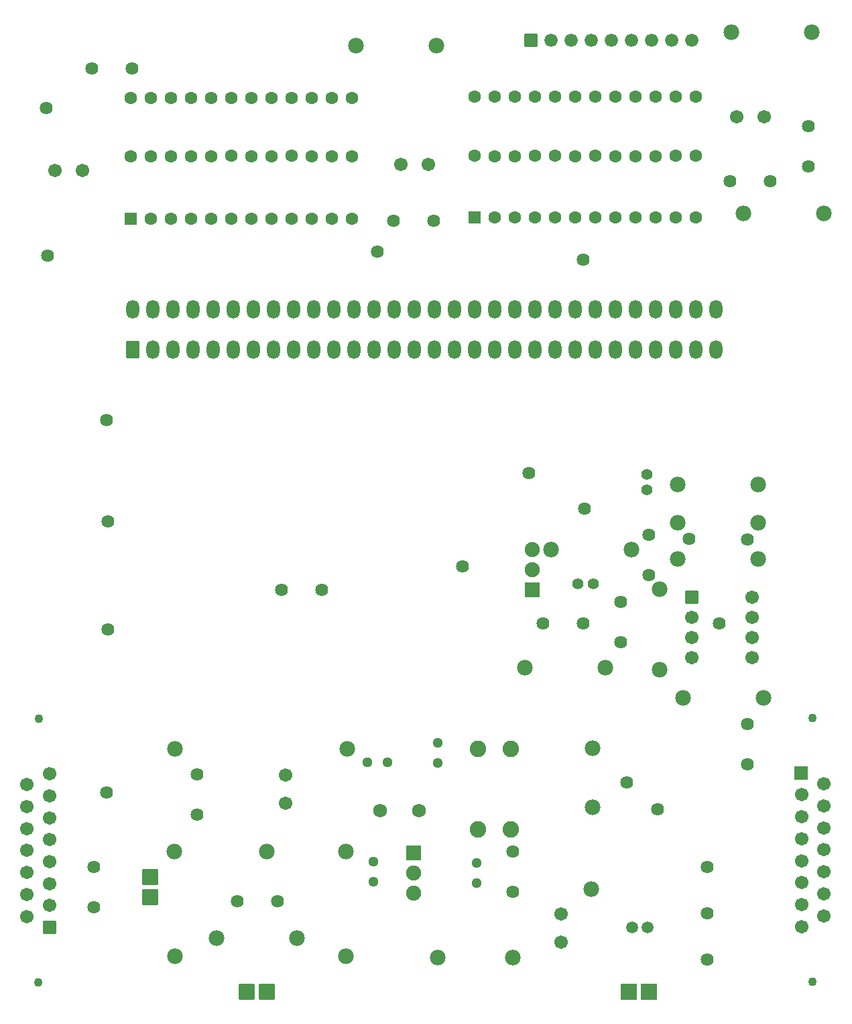
<source format=gts>
G04 Layer: TopSolderMaskLayer*
G04 EasyEDA v6.5.42, 2024-04-13 21:12:49*
G04 9533279679aa4dd5b2ccd963fcabda20,a2f4cb7aa3704937908c5b59a0d1150c,10*
G04 Gerber Generator version 0.2*
G04 Scale: 100 percent, Rotated: No, Reflected: No *
G04 Dimensions in millimeters *
G04 leading zeros omitted , absolute positions ,4 integer and 5 decimal *
%FSLAX45Y45*%
%MOMM*%

%AMMACRO1*1,1,$1,$2,$3*1,1,$1,$4,$5*1,1,$1,0-$2,0-$3*1,1,$1,0-$4,0-$5*20,1,$1,$2,$3,$4,$5,0*20,1,$1,$4,$5,0-$2,0-$3,0*20,1,$1,0-$2,0-$3,0-$4,0-$5,0*20,1,$1,0-$4,0-$5,$2,$3,0*4,1,4,$2,$3,$4,$5,0-$2,0-$3,0-$4,0-$5,$2,$3,0*%
%ADD10C,1.6256*%
%ADD11C,1.7016*%
%ADD12C,1.9812*%
%ADD13MACRO1,0.1016X0.8001X0.8001X0.8001X-0.8001*%
%ADD14C,1.7018*%
%ADD15C,1.4016*%
%ADD16C,1.5032*%
%ADD17C,1.2954*%
%ADD18C,1.7272*%
%ADD19C,2.0828*%
%ADD20MACRO1,0.1016X0.9X-0.9X-0.9X-0.9*%
%ADD21C,1.9016*%
%ADD22MACRO1,0.1016X-0.9652X0.9652X0.9652X0.9652*%
%ADD23MACRO1,0.2032X-0.6985X0.6985X0.6985X0.6985*%
%ADD24C,1.6002*%
%ADD25O,1.62306X2.3622*%
%ADD26MACRO1,0.2032X-0.7099X1.016X0.7099X1.016*%
%ADD27MACRO1,0.1016X-0.7874X0.7874X0.7874X0.7874*%
%ADD28C,1.6764*%
%ADD29MACRO1,0.1016X0.9652X0.9652X0.9652X-0.9652*%
%ADD30R,2.0320X2.0320*%
%ADD31R,1.7016X1.7016*%
%ADD32C,1.1016*%
%ADD33O,1.9015964X1.9015964*%
%ADD34MACRO1,0.1016X-0.9X0.9X0.9X0.9*%
%ADD35C,0.0127*%

%LPD*%
D10*
G01*
X6896100Y11214100D03*
G01*
X7404100Y11214100D03*
D11*
G01*
X11579606Y12522200D03*
G01*
X11229593Y12522200D03*
D10*
G01*
X12141200Y12407900D03*
G01*
X12141200Y11899900D03*
D12*
G01*
X12331700Y11303000D03*
G01*
X11315700Y11303000D03*
G01*
X12179300Y13589000D03*
G01*
X11163300Y13589000D03*
G01*
X6426200Y13423900D03*
G01*
X7442200Y13423900D03*
D13*
G01*
X10668010Y6464302D03*
D14*
G01*
X10668000Y6210300D03*
G01*
X10668000Y5956300D03*
G01*
X10668000Y5702300D03*
G01*
X11430000Y5702300D03*
G01*
X11430000Y5956300D03*
G01*
X11430000Y6210300D03*
G01*
X11430000Y6464300D03*
D10*
G01*
X9766300Y6400800D03*
G01*
X9766300Y5892800D03*
D12*
G01*
X10261600Y5549900D03*
G01*
X10261600Y6565900D03*
G01*
X11569700Y5194300D03*
G01*
X10553700Y5194300D03*
G01*
X10490200Y6946900D03*
G01*
X11506200Y6946900D03*
D10*
G01*
X10121900Y7251700D03*
G01*
X10121900Y6743700D03*
D12*
G01*
X11506200Y7886700D03*
G01*
X10490200Y7886700D03*
D15*
G01*
X9421799Y6629400D03*
G01*
X9221800Y6629400D03*
G01*
X10096500Y7812100D03*
G01*
X10096500Y8012099D03*
D11*
G01*
X6987793Y11925300D03*
G01*
X7337806Y11925300D03*
G01*
X2618993Y11849100D03*
G01*
X2969006Y11849100D03*
D12*
G01*
X10490200Y7404100D03*
G01*
X11506200Y7404100D03*
D11*
G01*
X5537200Y3863594D03*
G01*
X5537200Y4213605D03*
G01*
X9017000Y2461005D03*
G01*
X9017000Y2110994D03*
D10*
G01*
X3111500Y3060700D03*
G01*
X3111500Y2552700D03*
G01*
X9296400Y6134100D03*
G01*
X8788400Y6134100D03*
G01*
X5486400Y6553200D03*
G01*
X5994400Y6553200D03*
G01*
X8407400Y2743200D03*
G01*
X8407400Y3251200D03*
G01*
X11366500Y4864100D03*
G01*
X11366500Y4356100D03*
G01*
X5435600Y2628900D03*
G01*
X4927600Y2628900D03*
D16*
G01*
X9907600Y2298700D03*
G01*
X10107599Y2298700D03*
D17*
G01*
X7454900Y4622800D03*
G01*
X7454900Y4368800D03*
D18*
G01*
X7216292Y3771900D03*
G01*
X6728307Y3771900D03*
D17*
G01*
X7950200Y2857500D03*
G01*
X7950200Y3111500D03*
G01*
X6642100Y2870200D03*
G01*
X6642100Y3124200D03*
G01*
X6565900Y4381500D03*
G01*
X6819900Y4381500D03*
D19*
G01*
X7962900Y3530600D03*
G01*
X7962900Y4546600D03*
G01*
X8382000Y4546600D03*
G01*
X8382000Y3530600D03*
D20*
G01*
X7150100Y3238500D03*
D21*
G01*
X7150100Y2984500D03*
G01*
X7150100Y2730500D03*
D12*
G01*
X9575800Y5575300D03*
G01*
X8559800Y5575300D03*
D22*
G01*
X3822700Y2679700D03*
G01*
X3822700Y2933700D03*
D23*
G01*
X3581400Y11239500D03*
D24*
G01*
X3835400Y11239500D03*
G01*
X4089400Y11239500D03*
G01*
X4343400Y11239500D03*
G01*
X4597400Y11239500D03*
G01*
X4851400Y11239500D03*
G01*
X5105400Y11239500D03*
G01*
X5359400Y11239500D03*
G01*
X5613400Y11239500D03*
G01*
X5867400Y11239500D03*
G01*
X6121400Y11239500D03*
G01*
X6375400Y11239500D03*
G01*
X6375400Y12763500D03*
G01*
X6121400Y12763500D03*
G01*
X5867400Y12763500D03*
G01*
X5613400Y12763500D03*
G01*
X5359400Y12763500D03*
G01*
X5105400Y12763500D03*
G01*
X4851400Y12763500D03*
G01*
X4597400Y12763500D03*
G01*
X4343400Y12763500D03*
G01*
X4089400Y12763500D03*
G01*
X3835400Y12763500D03*
G01*
X3581400Y12763500D03*
D23*
G01*
X7924800Y11252200D03*
D24*
G01*
X8178800Y11252200D03*
G01*
X8432800Y11252200D03*
G01*
X8686800Y11252200D03*
G01*
X8940800Y11252200D03*
G01*
X9194800Y11252200D03*
G01*
X9448800Y11252200D03*
G01*
X9702800Y11252200D03*
G01*
X9956800Y11252200D03*
G01*
X10210800Y11252200D03*
G01*
X10464800Y11252200D03*
G01*
X10718800Y11252200D03*
G01*
X10718800Y12776200D03*
G01*
X10464800Y12776200D03*
G01*
X10210800Y12776200D03*
G01*
X9956800Y12776200D03*
G01*
X9702800Y12776200D03*
G01*
X9448800Y12776200D03*
G01*
X9194800Y12776200D03*
G01*
X8940800Y12776200D03*
G01*
X8686800Y12776200D03*
G01*
X8432800Y12776200D03*
G01*
X8178800Y12776200D03*
G01*
X7924800Y12776200D03*
D10*
G01*
X11658600Y11709400D03*
G01*
X11150600Y11709400D03*
G01*
X4419600Y4229100D03*
G01*
X4419600Y3721100D03*
G01*
X3086100Y13131800D03*
G01*
X3594100Y13131800D03*
D25*
G01*
X4114800Y10096500D03*
G01*
X4114800Y9588500D03*
G01*
X3860800Y10096500D03*
G01*
X4368800Y10096500D03*
G01*
X4622800Y10096500D03*
G01*
X3606800Y10096500D03*
D26*
G01*
X3606800Y9588500D03*
D25*
G01*
X3860800Y9588500D03*
G01*
X4368800Y9588500D03*
G01*
X4622800Y9588500D03*
G01*
X4876800Y10096500D03*
G01*
X4876800Y9588500D03*
G01*
X5638800Y10096500D03*
G01*
X5638800Y9588500D03*
G01*
X5384800Y10096500D03*
G01*
X5892800Y10096500D03*
G01*
X6146800Y10096500D03*
G01*
X5130800Y10096500D03*
G01*
X5130800Y9588500D03*
G01*
X5384800Y9588500D03*
G01*
X5892800Y9588500D03*
G01*
X6146800Y9588500D03*
G01*
X6400800Y10096500D03*
G01*
X6400800Y9588500D03*
G01*
X7162800Y10096500D03*
G01*
X7162800Y9588500D03*
G01*
X6908800Y10096500D03*
G01*
X7416800Y10096500D03*
G01*
X7670800Y10096500D03*
G01*
X6654800Y10096500D03*
G01*
X6654800Y9588500D03*
G01*
X6908800Y9588500D03*
G01*
X7416800Y9588500D03*
G01*
X7670800Y9588500D03*
G01*
X7924800Y10096500D03*
G01*
X7924800Y9588500D03*
G01*
X8686800Y10096500D03*
G01*
X8686800Y9588500D03*
G01*
X8432800Y10096500D03*
G01*
X8940800Y10096500D03*
G01*
X9194800Y10096500D03*
G01*
X8178800Y10096500D03*
G01*
X8178800Y9588500D03*
G01*
X8432800Y9588500D03*
G01*
X8940800Y9588500D03*
G01*
X9194800Y9588500D03*
G01*
X9448800Y10096500D03*
G01*
X9448800Y9588500D03*
G01*
X10210800Y10096500D03*
G01*
X10210800Y9588500D03*
G01*
X9956800Y10096500D03*
G01*
X10464800Y10096500D03*
G01*
X10718800Y10096500D03*
G01*
X9702800Y10096500D03*
G01*
X9702800Y9588500D03*
G01*
X9956800Y9588500D03*
G01*
X10464800Y9588500D03*
G01*
X10718800Y9588500D03*
G01*
X10972800Y10096500D03*
G01*
X10972800Y9588500D03*
D27*
G01*
X8636000Y13487400D03*
D28*
G01*
X8890000Y13487400D03*
G01*
X9144000Y13487400D03*
G01*
X9398000Y13487400D03*
G01*
X9652000Y13487400D03*
G01*
X9906000Y13487400D03*
G01*
X10160000Y13487400D03*
G01*
X10414000Y13487400D03*
G01*
X10668000Y13487400D03*
D29*
G01*
X5041900Y1485900D03*
G01*
X5295900Y1485900D03*
D30*
G01*
X10121900Y1485900D03*
G01*
X9867900Y1485900D03*
D11*
G01*
X12052045Y2307081D03*
G01*
X12052045Y2583942D03*
G01*
X12052045Y2861055D03*
G01*
X12052045Y3137915D03*
G01*
X12052045Y3415029D03*
G01*
X12052045Y3691889D03*
G01*
X12052045Y3969004D03*
D31*
G01*
X12048515Y4244289D03*
D11*
G01*
X12336272Y2443987D03*
G01*
X12336272Y2720847D03*
G01*
X12336272Y2997962D03*
G01*
X12336272Y3274821D03*
G01*
X12336272Y3551936D03*
G01*
X12336272Y3828795D03*
G01*
X12336272Y4105910D03*
D32*
G01*
X12191238Y4940300D03*
G01*
X12190729Y1610360D03*
D11*
G01*
X2552954Y4233418D03*
G01*
X2552954Y3956557D03*
G01*
X2552954Y3679444D03*
G01*
X2552954Y3402584D03*
G01*
X2552954Y3125470D03*
G01*
X2552954Y2848610D03*
G01*
X2552954Y2571495D03*
D13*
G01*
X2556484Y2296210D03*
D11*
G01*
X2268727Y4096512D03*
G01*
X2268727Y3819652D03*
G01*
X2268727Y3542537D03*
G01*
X2268727Y3265678D03*
G01*
X2268727Y2988563D03*
G01*
X2268727Y2711704D03*
G01*
X2268727Y2434589D03*
D32*
G01*
X2413761Y1600200D03*
G01*
X2414270Y4930139D03*
D33*
G01*
X8648700Y7061200D03*
G01*
X8648700Y6807200D03*
D34*
G01*
X8648700Y6553200D03*
D12*
G01*
X8890000Y7061200D03*
G01*
X9906000Y7061200D03*
G01*
X5676900Y2159000D03*
G01*
X4660900Y2159000D03*
G01*
X4140200Y4546600D03*
G01*
X6311900Y4546600D03*
G01*
X5295900Y3251200D03*
G01*
X6299200Y3251200D03*
G01*
X4127500Y3251200D03*
G01*
X4140200Y1930400D03*
G01*
X6299200Y1930400D03*
G01*
X7454900Y1917700D03*
G01*
X8407400Y1917700D03*
G01*
X9398000Y2781300D03*
G01*
X9410700Y3810000D03*
G01*
X9410700Y4559300D03*
D10*
G01*
X7772730Y6853478D03*
G01*
X2514600Y12636500D03*
G01*
X2527300Y10769600D03*
G01*
X3276600Y8699500D03*
G01*
X3289300Y7416800D03*
G01*
X3289300Y6057900D03*
G01*
X3276600Y4000500D03*
G01*
X9296400Y10718800D03*
G01*
X6692900Y10820400D03*
G01*
X9309100Y7581900D03*
G01*
X8610600Y8026400D03*
G01*
X10236200Y3784600D03*
G01*
X9842500Y4127500D03*
G01*
X10858500Y1892300D03*
G01*
X10858500Y2476500D03*
G01*
X10858500Y3060700D03*
G01*
X11010900Y6134100D03*
G01*
X11366500Y7188200D03*
G01*
X10629900Y7200900D03*
D24*
G01*
X9702800Y12025020D03*
G01*
X9956800Y12020321D03*
G01*
X10210800Y12020321D03*
G01*
X10464800Y12029719D03*
G01*
X10718800Y12029719D03*
G01*
X9448800Y12029262D03*
G01*
X9194800Y12023496D03*
G01*
X8940800Y12029262D03*
G01*
X8686800Y12029262D03*
G01*
X8432800Y12026900D03*
G01*
X8178800Y12026900D03*
G01*
X7924800Y12029262D03*
G01*
X6375400Y12026900D03*
G01*
X6121400Y12026900D03*
G01*
X5867400Y12026900D03*
G01*
X5613400Y12030278D03*
G01*
X5359400Y12023521D03*
G01*
X5105400Y12026900D03*
G01*
X4851400Y12028500D03*
G01*
X4597400Y12026900D03*
G01*
X4343400Y12026900D03*
G01*
X4089400Y12026900D03*
G01*
X3835400Y12026900D03*
G01*
X3581400Y12026900D03*
M02*

</source>
